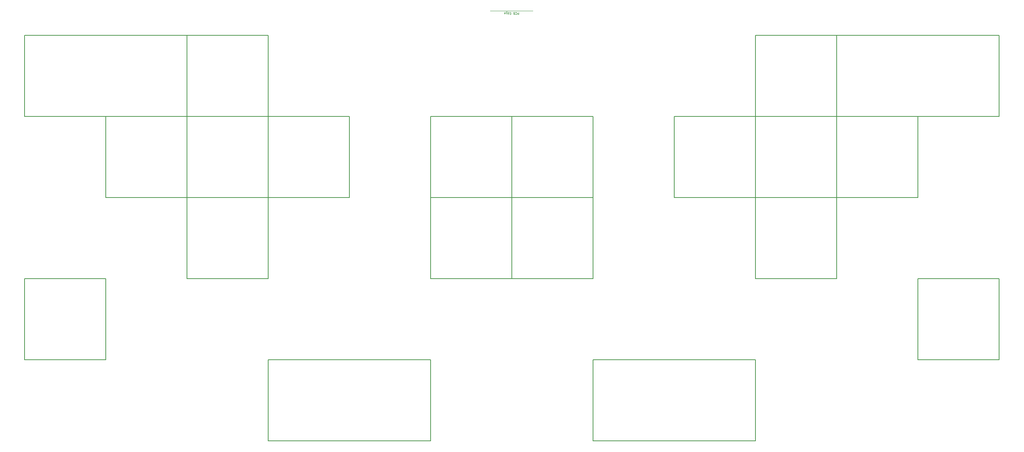
<source format=gbr>
%TF.GenerationSoftware,KiCad,Pcbnew,7.0.7*%
%TF.CreationDate,2023-10-06T06:03:54+09:00*%
%TF.ProjectId,Sixtar-Switch,53697874-6172-42d5-9377-697463682e6b,rev?*%
%TF.SameCoordinates,Original*%
%TF.FileFunction,OtherDrawing,Comment*%
%FSLAX46Y46*%
G04 Gerber Fmt 4.6, Leading zero omitted, Abs format (unit mm)*
G04 Created by KiCad (PCBNEW 7.0.7) date 2023-10-06 06:03:54*
%MOMM*%
%LPD*%
G01*
G04 APERTURE LIST*
%ADD10C,0.100000*%
%ADD11C,0.150000*%
G04 APERTURE END LIST*
D10*
X139714285Y-18473890D02*
X139714285Y-18973890D01*
X139714285Y-18973890D02*
X139523809Y-18973890D01*
X139523809Y-18973890D02*
X139476190Y-18950080D01*
X139476190Y-18950080D02*
X139452380Y-18926271D01*
X139452380Y-18926271D02*
X139428571Y-18878652D01*
X139428571Y-18878652D02*
X139428571Y-18807223D01*
X139428571Y-18807223D02*
X139452380Y-18759604D01*
X139452380Y-18759604D02*
X139476190Y-18735795D01*
X139476190Y-18735795D02*
X139523809Y-18711985D01*
X139523809Y-18711985D02*
X139714285Y-18711985D01*
X138928571Y-18521509D02*
X138952380Y-18497700D01*
X138952380Y-18497700D02*
X139023809Y-18473890D01*
X139023809Y-18473890D02*
X139071428Y-18473890D01*
X139071428Y-18473890D02*
X139142856Y-18497700D01*
X139142856Y-18497700D02*
X139190475Y-18545319D01*
X139190475Y-18545319D02*
X139214285Y-18592938D01*
X139214285Y-18592938D02*
X139238094Y-18688176D01*
X139238094Y-18688176D02*
X139238094Y-18759604D01*
X139238094Y-18759604D02*
X139214285Y-18854842D01*
X139214285Y-18854842D02*
X139190475Y-18902461D01*
X139190475Y-18902461D02*
X139142856Y-18950080D01*
X139142856Y-18950080D02*
X139071428Y-18973890D01*
X139071428Y-18973890D02*
X139023809Y-18973890D01*
X139023809Y-18973890D02*
X138952380Y-18950080D01*
X138952380Y-18950080D02*
X138928571Y-18926271D01*
X138547618Y-18735795D02*
X138476190Y-18711985D01*
X138476190Y-18711985D02*
X138452380Y-18688176D01*
X138452380Y-18688176D02*
X138428571Y-18640557D01*
X138428571Y-18640557D02*
X138428571Y-18569128D01*
X138428571Y-18569128D02*
X138452380Y-18521509D01*
X138452380Y-18521509D02*
X138476190Y-18497700D01*
X138476190Y-18497700D02*
X138523809Y-18473890D01*
X138523809Y-18473890D02*
X138714285Y-18473890D01*
X138714285Y-18473890D02*
X138714285Y-18973890D01*
X138714285Y-18973890D02*
X138547618Y-18973890D01*
X138547618Y-18973890D02*
X138499999Y-18950080D01*
X138499999Y-18950080D02*
X138476190Y-18926271D01*
X138476190Y-18926271D02*
X138452380Y-18878652D01*
X138452380Y-18878652D02*
X138452380Y-18831033D01*
X138452380Y-18831033D02*
X138476190Y-18783414D01*
X138476190Y-18783414D02*
X138499999Y-18759604D01*
X138499999Y-18759604D02*
X138547618Y-18735795D01*
X138547618Y-18735795D02*
X138714285Y-18735795D01*
X137833333Y-18735795D02*
X137666666Y-18735795D01*
X137595238Y-18473890D02*
X137833333Y-18473890D01*
X137833333Y-18473890D02*
X137833333Y-18973890D01*
X137833333Y-18973890D02*
X137595238Y-18973890D01*
X137166666Y-18473890D02*
X137166666Y-18973890D01*
X137166666Y-18497700D02*
X137214285Y-18473890D01*
X137214285Y-18473890D02*
X137309523Y-18473890D01*
X137309523Y-18473890D02*
X137357142Y-18497700D01*
X137357142Y-18497700D02*
X137380952Y-18521509D01*
X137380952Y-18521509D02*
X137404761Y-18569128D01*
X137404761Y-18569128D02*
X137404761Y-18711985D01*
X137404761Y-18711985D02*
X137380952Y-18759604D01*
X137380952Y-18759604D02*
X137357142Y-18783414D01*
X137357142Y-18783414D02*
X137309523Y-18807223D01*
X137309523Y-18807223D02*
X137214285Y-18807223D01*
X137214285Y-18807223D02*
X137166666Y-18783414D01*
X136714285Y-18807223D02*
X136714285Y-18402461D01*
X136714285Y-18402461D02*
X136738095Y-18354842D01*
X136738095Y-18354842D02*
X136761904Y-18331033D01*
X136761904Y-18331033D02*
X136809523Y-18307223D01*
X136809523Y-18307223D02*
X136880952Y-18307223D01*
X136880952Y-18307223D02*
X136928571Y-18331033D01*
X136714285Y-18497700D02*
X136761904Y-18473890D01*
X136761904Y-18473890D02*
X136857142Y-18473890D01*
X136857142Y-18473890D02*
X136904761Y-18497700D01*
X136904761Y-18497700D02*
X136928571Y-18521509D01*
X136928571Y-18521509D02*
X136952380Y-18569128D01*
X136952380Y-18569128D02*
X136952380Y-18711985D01*
X136952380Y-18711985D02*
X136928571Y-18759604D01*
X136928571Y-18759604D02*
X136904761Y-18783414D01*
X136904761Y-18783414D02*
X136857142Y-18807223D01*
X136857142Y-18807223D02*
X136761904Y-18807223D01*
X136761904Y-18807223D02*
X136714285Y-18783414D01*
X136285714Y-18497700D02*
X136333333Y-18473890D01*
X136333333Y-18473890D02*
X136428571Y-18473890D01*
X136428571Y-18473890D02*
X136476190Y-18497700D01*
X136476190Y-18497700D02*
X136499999Y-18545319D01*
X136499999Y-18545319D02*
X136499999Y-18735795D01*
X136499999Y-18735795D02*
X136476190Y-18783414D01*
X136476190Y-18783414D02*
X136428571Y-18807223D01*
X136428571Y-18807223D02*
X136333333Y-18807223D01*
X136333333Y-18807223D02*
X136285714Y-18783414D01*
X136285714Y-18783414D02*
X136261904Y-18735795D01*
X136261904Y-18735795D02*
X136261904Y-18688176D01*
X136261904Y-18688176D02*
X136499999Y-18640557D01*
%TO.C,J1*%
X133000000Y-18125000D02*
X143000000Y-18125000D01*
D11*
%TO.C,SW1*%
X23806250Y-23906875D02*
X61906250Y-23906875D01*
X23806250Y-42956875D02*
X23806250Y-23906875D01*
X61906250Y-23906875D02*
X61906250Y-42956875D01*
X61906250Y-42956875D02*
X23806250Y-42956875D01*
%TO.C,SW8*%
X119056250Y-42956875D02*
X138106250Y-42956875D01*
X119056250Y-62006875D02*
X119056250Y-42956875D01*
X138106250Y-42956875D02*
X138106250Y-62006875D01*
X138106250Y-62006875D02*
X119056250Y-62006875D01*
%TO.C,SW14*%
X119056250Y-62006875D02*
X138106250Y-62006875D01*
X119056250Y-81056875D02*
X119056250Y-62006875D01*
X138106250Y-62006875D02*
X138106250Y-81056875D01*
X138106250Y-81056875D02*
X119056250Y-81056875D01*
%TO.C,SW16*%
X195256250Y-62006875D02*
X214306250Y-62006875D01*
X195256250Y-81056875D02*
X195256250Y-62006875D01*
X214306250Y-62006875D02*
X214306250Y-81056875D01*
X214306250Y-81056875D02*
X195256250Y-81056875D01*
%TO.C,SW18*%
X233356250Y-81056875D02*
X252406250Y-81056875D01*
X233356250Y-100106875D02*
X233356250Y-81056875D01*
X252406250Y-81056875D02*
X252406250Y-100106875D01*
X252406250Y-100106875D02*
X233356250Y-100106875D01*
%TO.C,SW7*%
X80956250Y-42956875D02*
X100006250Y-42956875D01*
X80956250Y-62006875D02*
X80956250Y-42956875D01*
X100006250Y-42956875D02*
X100006250Y-62006875D01*
X100006250Y-62006875D02*
X80956250Y-62006875D01*
%TO.C,SW3*%
X195256250Y-23906875D02*
X214306250Y-23906875D01*
X195256250Y-42956875D02*
X195256250Y-23906875D01*
X214306250Y-23906875D02*
X214306250Y-42956875D01*
X214306250Y-42956875D02*
X195256250Y-42956875D01*
%TO.C,SW19*%
X80956250Y-100106875D02*
X119056250Y-100106875D01*
X80956250Y-119156875D02*
X80956250Y-100106875D01*
X119056250Y-100106875D02*
X119056250Y-119156875D01*
X119056250Y-119156875D02*
X80956250Y-119156875D01*
%TO.C,SW17*%
X23806250Y-81056875D02*
X42856250Y-81056875D01*
X23806250Y-100106875D02*
X23806250Y-81056875D01*
X42856250Y-81056875D02*
X42856250Y-100106875D01*
X42856250Y-100106875D02*
X23806250Y-100106875D01*
%TO.C,SW13*%
X61906250Y-62006875D02*
X80956250Y-62006875D01*
X61906250Y-81056875D02*
X61906250Y-62006875D01*
X80956250Y-62006875D02*
X80956250Y-81056875D01*
X80956250Y-81056875D02*
X61906250Y-81056875D01*
%TO.C,SW10*%
X176206250Y-42956875D02*
X195256250Y-42956875D01*
X176206250Y-62006875D02*
X176206250Y-42956875D01*
X195256250Y-42956875D02*
X195256250Y-62006875D01*
X195256250Y-62006875D02*
X176206250Y-62006875D01*
%TO.C,SW9*%
X138106250Y-42956875D02*
X157156250Y-42956875D01*
X138106250Y-62006875D02*
X138106250Y-42956875D01*
X157156250Y-42956875D02*
X157156250Y-62006875D01*
X157156250Y-62006875D02*
X138106250Y-62006875D01*
%TO.C,SW20*%
X157156250Y-100106875D02*
X195256250Y-100106875D01*
X157156250Y-119156875D02*
X157156250Y-100106875D01*
X195256250Y-100106875D02*
X195256250Y-119156875D01*
X195256250Y-119156875D02*
X157156250Y-119156875D01*
%TO.C,SW2*%
X61906250Y-23906875D02*
X80956250Y-23906875D01*
X61906250Y-42956875D02*
X61906250Y-23906875D01*
X80956250Y-23906875D02*
X80956250Y-42956875D01*
X80956250Y-42956875D02*
X61906250Y-42956875D01*
%TO.C,SW11*%
X195256250Y-42956875D02*
X214306250Y-42956875D01*
X195256250Y-62006875D02*
X195256250Y-42956875D01*
X214306250Y-42956875D02*
X214306250Y-62006875D01*
X214306250Y-62006875D02*
X195256250Y-62006875D01*
%TO.C,SW6*%
X61906250Y-42956875D02*
X80956250Y-42956875D01*
X61906250Y-62006875D02*
X61906250Y-42956875D01*
X80956250Y-42956875D02*
X80956250Y-62006875D01*
X80956250Y-62006875D02*
X61906250Y-62006875D01*
%TO.C,SW5*%
X42856250Y-42956875D02*
X61906250Y-42956875D01*
X42856250Y-62006875D02*
X42856250Y-42956875D01*
X61906250Y-42956875D02*
X61906250Y-62006875D01*
X61906250Y-62006875D02*
X42856250Y-62006875D01*
%TO.C,SW15*%
X138106250Y-62006875D02*
X157156250Y-62006875D01*
X138106250Y-81056875D02*
X138106250Y-62006875D01*
X157156250Y-62006875D02*
X157156250Y-81056875D01*
X157156250Y-81056875D02*
X138106250Y-81056875D01*
%TO.C,SW4*%
X214306250Y-23906875D02*
X252406250Y-23906875D01*
X214306250Y-42956875D02*
X214306250Y-23906875D01*
X252406250Y-23906875D02*
X252406250Y-42956875D01*
X252406250Y-42956875D02*
X214306250Y-42956875D01*
%TO.C,SW12*%
X214306250Y-42956875D02*
X233356250Y-42956875D01*
X214306250Y-62006875D02*
X214306250Y-42956875D01*
X233356250Y-42956875D02*
X233356250Y-62006875D01*
X233356250Y-62006875D02*
X214306250Y-62006875D01*
%TD*%
M02*

</source>
